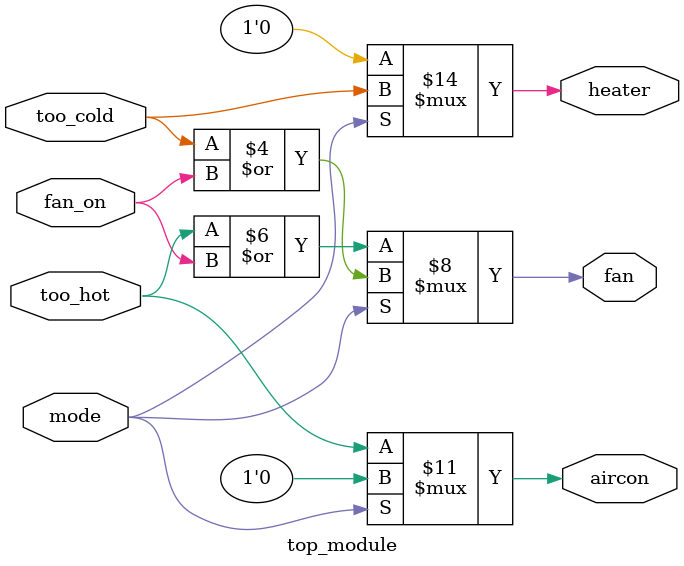
<source format=sv>
module top_module(
	input mode,
	input too_cold,
	input too_hot,
	input fan_on,
	output reg heater,
	output reg aircon,
	output reg fan
);

	always @ (mode or too_cold or too_hot or fan_on)
	begin
		if (mode == 1) begin  // heating mode
			heater = too_cold;
			aircon = 0;
			fan = heater | aircon | fan_on;
		end
		else begin  // cooling mode
			heater = 0;
			aircon = too_hot;
			fan = heater | aircon | fan_on;
		end
	end
	
endmodule

</source>
